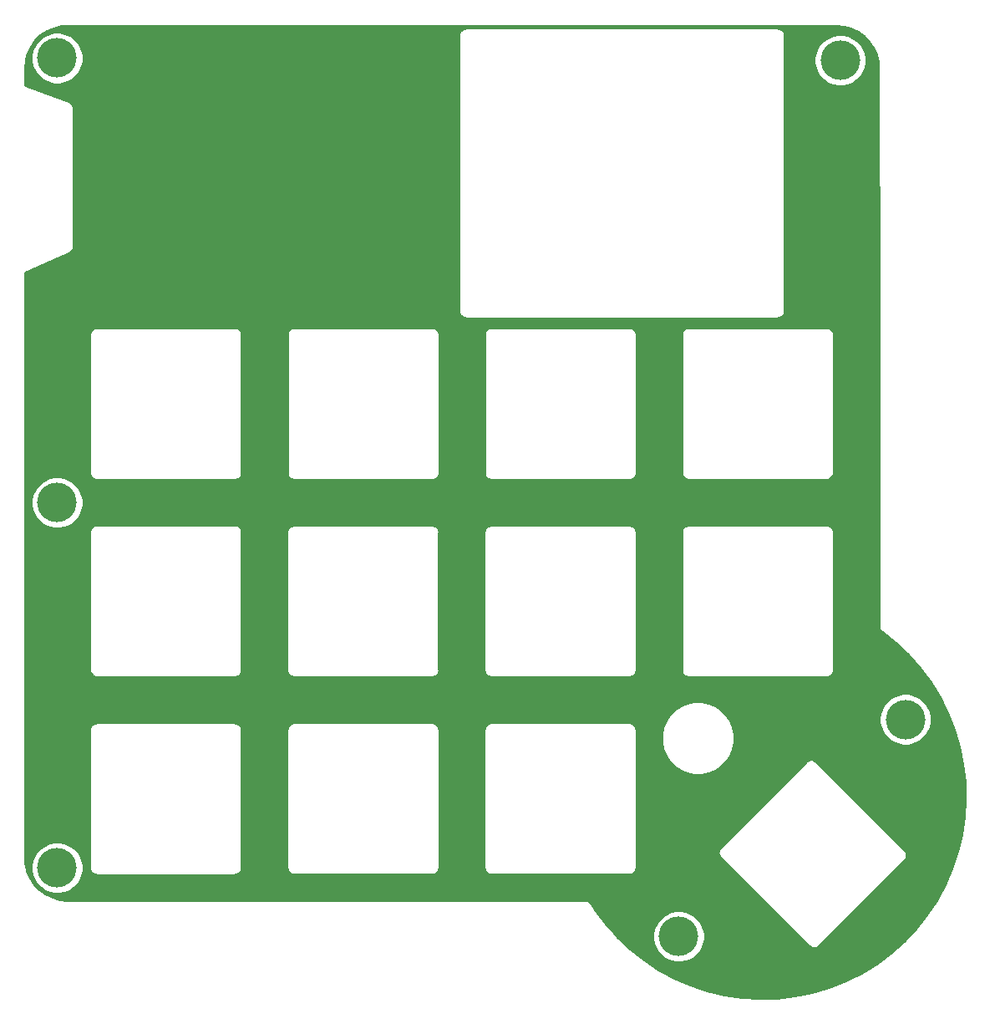
<source format=gbr>
%TF.GenerationSoftware,KiCad,Pcbnew,5.1.7-a382d34a8~88~ubuntu20.04.1*%
%TF.CreationDate,2021-03-20T14:17:19+01:00*%
%TF.ProjectId,WiFiDuck32,57694669-4475-4636-9b33-322e6b696361,2*%
%TF.SameCoordinates,Original*%
%TF.FileFunction,Copper,L2,Bot*%
%TF.FilePolarity,Positive*%
%FSLAX46Y46*%
G04 Gerber Fmt 4.6, Leading zero omitted, Abs format (unit mm)*
G04 Created by KiCad (PCBNEW 5.1.7-a382d34a8~88~ubuntu20.04.1) date 2021-03-20 14:17:19*
%MOMM*%
%LPD*%
G01*
G04 APERTURE LIST*
%TA.AperFunction,ComponentPad*%
%ADD10C,4.000000*%
%TD*%
%TA.AperFunction,NonConductor*%
%ADD11C,0.254000*%
%TD*%
%TA.AperFunction,NonConductor*%
%ADD12C,0.100000*%
%TD*%
G04 APERTURE END LIST*
D10*
%TO.P,HOLE_M3,1*%
%TO.N,N/C*%
X111963200Y-90982800D03*
%TD*%
%TO.P,HOLE_M3,1*%
%TO.N,N/C*%
X89001600Y-112979200D03*
%TD*%
%TO.P,HOLE_M3,1*%
%TO.N,N/C*%
X26009600Y-106019600D03*
%TD*%
%TO.P,HOLE_M3,1*%
%TO.N,N/C*%
X26009600Y-69037200D03*
%TD*%
%TO.P,HOLE_M3,1*%
%TO.N,N/C*%
X26009600Y-24003000D03*
%TD*%
%TO.P,HOLE_M3,1*%
%TO.N,N/C*%
X105359200Y-24231600D03*
%TD*%
D11*
X104932755Y-20737499D02*
X105720247Y-20807781D01*
X106451143Y-21007731D01*
X107135075Y-21333950D01*
X107750428Y-21776126D01*
X108277759Y-22320289D01*
X108700386Y-22949226D01*
X109004963Y-23643070D01*
X109183215Y-24385539D01*
X109230539Y-25029986D01*
X109265000Y-48590261D01*
X109265001Y-81536105D01*
X109275636Y-81644085D01*
X109317664Y-81782633D01*
X109385914Y-81910320D01*
X109477763Y-82022238D01*
X109589681Y-82114087D01*
X109595346Y-82117115D01*
X110971037Y-83208782D01*
X112271452Y-84439960D01*
X113459605Y-85779781D01*
X114526462Y-87218056D01*
X115463916Y-88743859D01*
X116264813Y-90345543D01*
X116923068Y-92010943D01*
X117433667Y-93727366D01*
X117792730Y-95481779D01*
X117997518Y-97260796D01*
X118046476Y-99050886D01*
X117939229Y-100838454D01*
X117676598Y-102609845D01*
X117260574Y-104351623D01*
X116694326Y-106050521D01*
X115982173Y-107693580D01*
X115129522Y-109268331D01*
X114142868Y-110762772D01*
X113029720Y-112165537D01*
X111798540Y-113465952D01*
X110458719Y-114654105D01*
X109020439Y-115720965D01*
X107494641Y-116658416D01*
X105892952Y-117459315D01*
X104227557Y-118117568D01*
X102511132Y-118628167D01*
X100756721Y-118987230D01*
X98977705Y-119192018D01*
X97187614Y-119240976D01*
X95400046Y-119133729D01*
X93628655Y-118871098D01*
X91886877Y-118455074D01*
X90187979Y-117888826D01*
X88544920Y-117176673D01*
X86970169Y-116324022D01*
X85475728Y-115337368D01*
X84072963Y-114224220D01*
X82772548Y-112993040D01*
X82530128Y-112719675D01*
X86366600Y-112719675D01*
X86366600Y-113238725D01*
X86467861Y-113747801D01*
X86666493Y-114227341D01*
X86954862Y-114658915D01*
X87321885Y-115025938D01*
X87753459Y-115314307D01*
X88232999Y-115512939D01*
X88742075Y-115614200D01*
X89261125Y-115614200D01*
X89770201Y-115512939D01*
X90249741Y-115314307D01*
X90681315Y-115025938D01*
X91048338Y-114658915D01*
X91336707Y-114227341D01*
X91535339Y-113747801D01*
X91636600Y-113238725D01*
X91636600Y-112719675D01*
X91535339Y-112210599D01*
X91336707Y-111731059D01*
X91048338Y-111299485D01*
X90681315Y-110932462D01*
X90249741Y-110644093D01*
X89770201Y-110445461D01*
X89261125Y-110344200D01*
X88742075Y-110344200D01*
X88232999Y-110445461D01*
X87753459Y-110644093D01*
X87321885Y-110932462D01*
X86954862Y-111299485D01*
X86666493Y-111731059D01*
X86467861Y-112210599D01*
X86366600Y-112719675D01*
X82530128Y-112719675D01*
X81584395Y-111653219D01*
X80511828Y-110207245D01*
X80133405Y-109625822D01*
X80114087Y-109589680D01*
X80022238Y-109477762D01*
X79910320Y-109385913D01*
X79782633Y-109317663D01*
X79716314Y-109297545D01*
X79714055Y-109296748D01*
X79711609Y-109296118D01*
X79644085Y-109275635D01*
X79536105Y-109265000D01*
X27032731Y-109265000D01*
X26245252Y-109194719D01*
X25514357Y-108994769D01*
X24830425Y-108668550D01*
X24215072Y-108226374D01*
X23687741Y-107682211D01*
X23265114Y-107053274D01*
X22960536Y-106359429D01*
X22816645Y-105760075D01*
X23374600Y-105760075D01*
X23374600Y-106279125D01*
X23475861Y-106788201D01*
X23674493Y-107267741D01*
X23962862Y-107699315D01*
X24329885Y-108066338D01*
X24761459Y-108354707D01*
X25240999Y-108553339D01*
X25750075Y-108654600D01*
X26269125Y-108654600D01*
X26778201Y-108553339D01*
X27257741Y-108354707D01*
X27689315Y-108066338D01*
X28056338Y-107699315D01*
X28344707Y-107267741D01*
X28543339Y-106788201D01*
X28644600Y-106279125D01*
X28644600Y-105760075D01*
X28543339Y-105250999D01*
X28344707Y-104771459D01*
X28056338Y-104339885D01*
X27689315Y-103972862D01*
X27257741Y-103684493D01*
X26778201Y-103485861D01*
X26269125Y-103384600D01*
X25750075Y-103384600D01*
X25240999Y-103485861D01*
X24761459Y-103684493D01*
X24329885Y-103972862D01*
X23962862Y-104339885D01*
X23674493Y-104771459D01*
X23475861Y-105250999D01*
X23374600Y-105760075D01*
X22816645Y-105760075D01*
X22782286Y-105616961D01*
X22735000Y-104973051D01*
X22735000Y-92017900D01*
X29272965Y-92017900D01*
X29276401Y-92052787D01*
X29276400Y-105983023D01*
X29272965Y-106017900D01*
X29286673Y-106157084D01*
X29327272Y-106290920D01*
X29393200Y-106414263D01*
X29481925Y-106522375D01*
X29574562Y-106598400D01*
X29590037Y-106611100D01*
X29713380Y-106677028D01*
X29847216Y-106717627D01*
X29986400Y-106731335D01*
X30021277Y-106727900D01*
X43951523Y-106727900D01*
X43986400Y-106731335D01*
X44021277Y-106727900D01*
X44125584Y-106717627D01*
X44259420Y-106677028D01*
X44382763Y-106611100D01*
X44490875Y-106522375D01*
X44579600Y-106414263D01*
X44645528Y-106290920D01*
X44686127Y-106157084D01*
X44699835Y-106017900D01*
X44696400Y-105983023D01*
X44696400Y-92052777D01*
X44699835Y-92017900D01*
X44698585Y-92005200D01*
X49296865Y-92005200D01*
X49300301Y-92040087D01*
X49300300Y-105970323D01*
X49296865Y-106005200D01*
X49310573Y-106144384D01*
X49351172Y-106278220D01*
X49417100Y-106401563D01*
X49505825Y-106509675D01*
X49613937Y-106598400D01*
X49737280Y-106664328D01*
X49871116Y-106704927D01*
X50010300Y-106718635D01*
X50045177Y-106715200D01*
X63975423Y-106715200D01*
X64010300Y-106718635D01*
X64045177Y-106715200D01*
X64149484Y-106704927D01*
X64283320Y-106664328D01*
X64406663Y-106598400D01*
X64514775Y-106509675D01*
X64603500Y-106401563D01*
X64669428Y-106278220D01*
X64710027Y-106144384D01*
X64723735Y-106005200D01*
X64720300Y-105970323D01*
X64720300Y-92040077D01*
X64723735Y-92005200D01*
X69269965Y-92005200D01*
X69273401Y-92040087D01*
X69273400Y-105970323D01*
X69269965Y-106005200D01*
X69283673Y-106144384D01*
X69324272Y-106278220D01*
X69390200Y-106401563D01*
X69478925Y-106509675D01*
X69587037Y-106598400D01*
X69710380Y-106664328D01*
X69844216Y-106704927D01*
X69983400Y-106718635D01*
X70018277Y-106715200D01*
X83948523Y-106715200D01*
X83983400Y-106718635D01*
X84018277Y-106715200D01*
X84122584Y-106704927D01*
X84256420Y-106664328D01*
X84379763Y-106598400D01*
X84487875Y-106509675D01*
X84576600Y-106401563D01*
X84642528Y-106278220D01*
X84683127Y-106144384D01*
X84696835Y-106005200D01*
X84693400Y-105970323D01*
X84693400Y-104444800D01*
X92986887Y-104444800D01*
X93000112Y-104579083D01*
X93039282Y-104708206D01*
X93102889Y-104827206D01*
X93167040Y-104905376D01*
X93167044Y-104905380D01*
X93188489Y-104931511D01*
X93214620Y-104952956D01*
X102184044Y-113922380D01*
X102205489Y-113948511D01*
X102231620Y-113969956D01*
X102231624Y-113969960D01*
X102309793Y-114034111D01*
X102428793Y-114097719D01*
X102547342Y-114133680D01*
X102557917Y-114136888D01*
X102692200Y-114150113D01*
X102826483Y-114136888D01*
X102955606Y-114097719D01*
X103074607Y-114034111D01*
X103125450Y-113992385D01*
X103152776Y-113969960D01*
X103152779Y-113969957D01*
X103178911Y-113948511D01*
X103200357Y-113922379D01*
X111890379Y-105232357D01*
X111916511Y-105210911D01*
X111971354Y-105144085D01*
X112002111Y-105106608D01*
X112053499Y-105010467D01*
X112065719Y-104987606D01*
X112104888Y-104858483D01*
X112118113Y-104724200D01*
X112104888Y-104589917D01*
X112065719Y-104460793D01*
X112002111Y-104341793D01*
X111937960Y-104263624D01*
X111937956Y-104263620D01*
X111916511Y-104237489D01*
X111890380Y-104216044D01*
X102920956Y-95246620D01*
X102899511Y-95220489D01*
X102873380Y-95199044D01*
X102873376Y-95199040D01*
X102795206Y-95134889D01*
X102676206Y-95071282D01*
X102547083Y-95032112D01*
X102412800Y-95018887D01*
X102278517Y-95032112D01*
X102188563Y-95059400D01*
X102149393Y-95071282D01*
X102030392Y-95134889D01*
X101952223Y-95199041D01*
X101952220Y-95199044D01*
X101926089Y-95220489D01*
X101904644Y-95246620D01*
X93214620Y-103936644D01*
X93188489Y-103958089D01*
X93167044Y-103984220D01*
X93167040Y-103984224D01*
X93114482Y-104048268D01*
X93102889Y-104062394D01*
X93039282Y-104181394D01*
X93000112Y-104310517D01*
X92986887Y-104444800D01*
X84693400Y-104444800D01*
X84693400Y-92518409D01*
X87244841Y-92518409D01*
X87244841Y-93244717D01*
X87386536Y-93957068D01*
X87664482Y-94628088D01*
X88067996Y-95231990D01*
X88581573Y-95745567D01*
X89185475Y-96149081D01*
X89856495Y-96427027D01*
X90568846Y-96568722D01*
X91295154Y-96568722D01*
X92007505Y-96427027D01*
X92678525Y-96149081D01*
X93282427Y-95745567D01*
X93796004Y-95231990D01*
X94199518Y-94628088D01*
X94477464Y-93957068D01*
X94619159Y-93244717D01*
X94619159Y-92518409D01*
X94477464Y-91806058D01*
X94199518Y-91135038D01*
X93924388Y-90723275D01*
X109328200Y-90723275D01*
X109328200Y-91242325D01*
X109429461Y-91751401D01*
X109628093Y-92230941D01*
X109916462Y-92662515D01*
X110283485Y-93029538D01*
X110715059Y-93317907D01*
X111194599Y-93516539D01*
X111703675Y-93617800D01*
X112222725Y-93617800D01*
X112731801Y-93516539D01*
X113211341Y-93317907D01*
X113642915Y-93029538D01*
X114009938Y-92662515D01*
X114298307Y-92230941D01*
X114496939Y-91751401D01*
X114598200Y-91242325D01*
X114598200Y-90723275D01*
X114496939Y-90214199D01*
X114298307Y-89734659D01*
X114009938Y-89303085D01*
X113642915Y-88936062D01*
X113211341Y-88647693D01*
X112731801Y-88449061D01*
X112222725Y-88347800D01*
X111703675Y-88347800D01*
X111194599Y-88449061D01*
X110715059Y-88647693D01*
X110283485Y-88936062D01*
X109916462Y-89303085D01*
X109628093Y-89734659D01*
X109429461Y-90214199D01*
X109328200Y-90723275D01*
X93924388Y-90723275D01*
X93796004Y-90531136D01*
X93282427Y-90017559D01*
X92678525Y-89614045D01*
X92007505Y-89336099D01*
X91295154Y-89194404D01*
X90568846Y-89194404D01*
X89856495Y-89336099D01*
X89185475Y-89614045D01*
X88581573Y-90017559D01*
X88067996Y-90531136D01*
X87664482Y-91135038D01*
X87386536Y-91806058D01*
X87244841Y-92518409D01*
X84693400Y-92518409D01*
X84693400Y-92040077D01*
X84696835Y-92005200D01*
X84683127Y-91866016D01*
X84642528Y-91732180D01*
X84576600Y-91608837D01*
X84487875Y-91500725D01*
X84379763Y-91412000D01*
X84256420Y-91346072D01*
X84122584Y-91305473D01*
X84018277Y-91295200D01*
X83983400Y-91291765D01*
X83948523Y-91295200D01*
X70018277Y-91295200D01*
X69983400Y-91291765D01*
X69948523Y-91295200D01*
X69844216Y-91305473D01*
X69710380Y-91346072D01*
X69587037Y-91412000D01*
X69478925Y-91500725D01*
X69390200Y-91608837D01*
X69324272Y-91732180D01*
X69283673Y-91866016D01*
X69269965Y-92005200D01*
X64723735Y-92005200D01*
X64710027Y-91866016D01*
X64669428Y-91732180D01*
X64603500Y-91608837D01*
X64514775Y-91500725D01*
X64406663Y-91412000D01*
X64283320Y-91346072D01*
X64149484Y-91305473D01*
X64045177Y-91295200D01*
X64010300Y-91291765D01*
X63975423Y-91295200D01*
X50045177Y-91295200D01*
X50010300Y-91291765D01*
X49975423Y-91295200D01*
X49871116Y-91305473D01*
X49737280Y-91346072D01*
X49613937Y-91412000D01*
X49505825Y-91500725D01*
X49417100Y-91608837D01*
X49351172Y-91732180D01*
X49310573Y-91866016D01*
X49296865Y-92005200D01*
X44698585Y-92005200D01*
X44686127Y-91878716D01*
X44645528Y-91744880D01*
X44579600Y-91621537D01*
X44490875Y-91513425D01*
X44382763Y-91424700D01*
X44259420Y-91358772D01*
X44125584Y-91318173D01*
X43986400Y-91304465D01*
X43951523Y-91307900D01*
X30021277Y-91307900D01*
X29986400Y-91304465D01*
X29951523Y-91307900D01*
X29847216Y-91318173D01*
X29713380Y-91358772D01*
X29590037Y-91424700D01*
X29481925Y-91513425D01*
X29393200Y-91621537D01*
X29327272Y-91744880D01*
X29286673Y-91878716D01*
X29272965Y-92017900D01*
X22735000Y-92017900D01*
X22735000Y-71981300D01*
X29298365Y-71981300D01*
X29301801Y-72016187D01*
X29301800Y-85946423D01*
X29298365Y-85981300D01*
X29312073Y-86120484D01*
X29352672Y-86254320D01*
X29418600Y-86377663D01*
X29507325Y-86485775D01*
X29614276Y-86573547D01*
X29615437Y-86574500D01*
X29738780Y-86640428D01*
X29872616Y-86681027D01*
X30011800Y-86694735D01*
X30046677Y-86691300D01*
X43976923Y-86691300D01*
X44011800Y-86694735D01*
X44046677Y-86691300D01*
X44150984Y-86681027D01*
X44284820Y-86640428D01*
X44408163Y-86574500D01*
X44516275Y-86485775D01*
X44605000Y-86377663D01*
X44670928Y-86254320D01*
X44711527Y-86120484D01*
X44725235Y-85981300D01*
X44721800Y-85946423D01*
X44721800Y-72016177D01*
X44723984Y-71994000D01*
X49284165Y-71994000D01*
X49287601Y-72028887D01*
X49287600Y-85959123D01*
X49284165Y-85994000D01*
X49297873Y-86133184D01*
X49338472Y-86267020D01*
X49404400Y-86390363D01*
X49493125Y-86498475D01*
X49584601Y-86573547D01*
X49601237Y-86587200D01*
X49724580Y-86653128D01*
X49858416Y-86693727D01*
X49997600Y-86707435D01*
X50032477Y-86704000D01*
X63962723Y-86704000D01*
X63997600Y-86707435D01*
X64032477Y-86704000D01*
X64136784Y-86693727D01*
X64270620Y-86653128D01*
X64393963Y-86587200D01*
X64502075Y-86498475D01*
X64590800Y-86390363D01*
X64656728Y-86267020D01*
X64697327Y-86133184D01*
X64711035Y-85994000D01*
X64707600Y-85959123D01*
X64707600Y-72028877D01*
X64711035Y-71994000D01*
X69269965Y-71994000D01*
X69273401Y-72028887D01*
X69273400Y-85959123D01*
X69269965Y-85994000D01*
X69283673Y-86133184D01*
X69324272Y-86267020D01*
X69390200Y-86390363D01*
X69478925Y-86498475D01*
X69570401Y-86573547D01*
X69587037Y-86587200D01*
X69710380Y-86653128D01*
X69844216Y-86693727D01*
X69983400Y-86707435D01*
X70018277Y-86704000D01*
X83948523Y-86704000D01*
X83983400Y-86707435D01*
X84018277Y-86704000D01*
X84122584Y-86693727D01*
X84256420Y-86653128D01*
X84379763Y-86587200D01*
X84487875Y-86498475D01*
X84576600Y-86390363D01*
X84642528Y-86267020D01*
X84683127Y-86133184D01*
X84696835Y-85994000D01*
X84693400Y-85959123D01*
X84693400Y-72028877D01*
X84696835Y-71994000D01*
X89268465Y-71994000D01*
X89271901Y-72028887D01*
X89271900Y-85959123D01*
X89268465Y-85994000D01*
X89282173Y-86133184D01*
X89322772Y-86267020D01*
X89388700Y-86390363D01*
X89477425Y-86498475D01*
X89568901Y-86573547D01*
X89585537Y-86587200D01*
X89708880Y-86653128D01*
X89842716Y-86693727D01*
X89981900Y-86707435D01*
X90016777Y-86704000D01*
X103947023Y-86704000D01*
X103981900Y-86707435D01*
X104016777Y-86704000D01*
X104121084Y-86693727D01*
X104254920Y-86653128D01*
X104378263Y-86587200D01*
X104486375Y-86498475D01*
X104575100Y-86390363D01*
X104641028Y-86267020D01*
X104681627Y-86133184D01*
X104695335Y-85994000D01*
X104691900Y-85959123D01*
X104691900Y-72028877D01*
X104695335Y-71994000D01*
X104681627Y-71854816D01*
X104641028Y-71720980D01*
X104575100Y-71597637D01*
X104486375Y-71489525D01*
X104378263Y-71400800D01*
X104254920Y-71334872D01*
X104121084Y-71294273D01*
X104016777Y-71284000D01*
X103981900Y-71280565D01*
X103947023Y-71284000D01*
X90016777Y-71284000D01*
X89981900Y-71280565D01*
X89947023Y-71284000D01*
X89842716Y-71294273D01*
X89708880Y-71334872D01*
X89585537Y-71400800D01*
X89477425Y-71489525D01*
X89388700Y-71597637D01*
X89322772Y-71720980D01*
X89282173Y-71854816D01*
X89268465Y-71994000D01*
X84696835Y-71994000D01*
X84683127Y-71854816D01*
X84642528Y-71720980D01*
X84576600Y-71597637D01*
X84487875Y-71489525D01*
X84379763Y-71400800D01*
X84256420Y-71334872D01*
X84122584Y-71294273D01*
X84018277Y-71284000D01*
X83983400Y-71280565D01*
X83948523Y-71284000D01*
X70018277Y-71284000D01*
X69983400Y-71280565D01*
X69948523Y-71284000D01*
X69844216Y-71294273D01*
X69710380Y-71334872D01*
X69587037Y-71400800D01*
X69478925Y-71489525D01*
X69390200Y-71597637D01*
X69324272Y-71720980D01*
X69283673Y-71854816D01*
X69269965Y-71994000D01*
X64711035Y-71994000D01*
X64697327Y-71854816D01*
X64656728Y-71720980D01*
X64590800Y-71597637D01*
X64502075Y-71489525D01*
X64393963Y-71400800D01*
X64270620Y-71334872D01*
X64136784Y-71294273D01*
X64032477Y-71284000D01*
X63997600Y-71280565D01*
X63962723Y-71284000D01*
X50032477Y-71284000D01*
X49997600Y-71280565D01*
X49962723Y-71284000D01*
X49858416Y-71294273D01*
X49724580Y-71334872D01*
X49601237Y-71400800D01*
X49493125Y-71489525D01*
X49404400Y-71597637D01*
X49338472Y-71720980D01*
X49297873Y-71854816D01*
X49284165Y-71994000D01*
X44723984Y-71994000D01*
X44725235Y-71981300D01*
X44711527Y-71842116D01*
X44670928Y-71708280D01*
X44605000Y-71584937D01*
X44516275Y-71476825D01*
X44408163Y-71388100D01*
X44284820Y-71322172D01*
X44150984Y-71281573D01*
X44046677Y-71271300D01*
X44011800Y-71267865D01*
X43976923Y-71271300D01*
X30046677Y-71271300D01*
X30011800Y-71267865D01*
X29976923Y-71271300D01*
X29872616Y-71281573D01*
X29738780Y-71322172D01*
X29615437Y-71388100D01*
X29507325Y-71476825D01*
X29418600Y-71584937D01*
X29352672Y-71708280D01*
X29312073Y-71842116D01*
X29298365Y-71981300D01*
X22735000Y-71981300D01*
X22735000Y-68777675D01*
X23374600Y-68777675D01*
X23374600Y-69296725D01*
X23475861Y-69805801D01*
X23674493Y-70285341D01*
X23962862Y-70716915D01*
X24329885Y-71083938D01*
X24761459Y-71372307D01*
X25240999Y-71570939D01*
X25750075Y-71672200D01*
X26269125Y-71672200D01*
X26778201Y-71570939D01*
X27257741Y-71372307D01*
X27689315Y-71083938D01*
X28056338Y-70716915D01*
X28344707Y-70285341D01*
X28543339Y-69805801D01*
X28644600Y-69296725D01*
X28644600Y-68777675D01*
X28543339Y-68268599D01*
X28344707Y-67789059D01*
X28056338Y-67357485D01*
X27689315Y-66990462D01*
X27257741Y-66702093D01*
X26778201Y-66503461D01*
X26269125Y-66402200D01*
X25750075Y-66402200D01*
X25240999Y-66503461D01*
X24761459Y-66702093D01*
X24329885Y-66990462D01*
X23962862Y-67357485D01*
X23674493Y-67789059D01*
X23475861Y-68268599D01*
X23374600Y-68777675D01*
X22735000Y-68777675D01*
X22735000Y-52008200D01*
X29298365Y-52008200D01*
X29301801Y-52043087D01*
X29301800Y-65973323D01*
X29298365Y-66008200D01*
X29312073Y-66147384D01*
X29352672Y-66281220D01*
X29418600Y-66404563D01*
X29507325Y-66512675D01*
X29584487Y-66576000D01*
X29615437Y-66601400D01*
X29738780Y-66667328D01*
X29872616Y-66707927D01*
X30011800Y-66721635D01*
X30046677Y-66718200D01*
X43976923Y-66718200D01*
X44011800Y-66721635D01*
X44046677Y-66718200D01*
X44150984Y-66707927D01*
X44284820Y-66667328D01*
X44408163Y-66601400D01*
X44516275Y-66512675D01*
X44605000Y-66404563D01*
X44670928Y-66281220D01*
X44711527Y-66147384D01*
X44725235Y-66008200D01*
X44721800Y-65973323D01*
X44721800Y-52043077D01*
X44725235Y-52008200D01*
X49309565Y-52008200D01*
X49313001Y-52043087D01*
X49313000Y-65973323D01*
X49309565Y-66008200D01*
X49323273Y-66147384D01*
X49363872Y-66281220D01*
X49429800Y-66404563D01*
X49518525Y-66512675D01*
X49595687Y-66576000D01*
X49626637Y-66601400D01*
X49749980Y-66667328D01*
X49883816Y-66707927D01*
X50023000Y-66721635D01*
X50057877Y-66718200D01*
X63988123Y-66718200D01*
X64023000Y-66721635D01*
X64057877Y-66718200D01*
X64162184Y-66707927D01*
X64296020Y-66667328D01*
X64419363Y-66601400D01*
X64527475Y-66512675D01*
X64616200Y-66404563D01*
X64682128Y-66281220D01*
X64722727Y-66147384D01*
X64736435Y-66008200D01*
X64733000Y-65973323D01*
X64733000Y-52043077D01*
X64736435Y-52008200D01*
X69295365Y-52008200D01*
X69298801Y-52043087D01*
X69298800Y-65973323D01*
X69295365Y-66008200D01*
X69309073Y-66147384D01*
X69349672Y-66281220D01*
X69415600Y-66404563D01*
X69504325Y-66512675D01*
X69581487Y-66576000D01*
X69612437Y-66601400D01*
X69735780Y-66667328D01*
X69869616Y-66707927D01*
X70008800Y-66721635D01*
X70043677Y-66718200D01*
X83973923Y-66718200D01*
X84008800Y-66721635D01*
X84043677Y-66718200D01*
X84147984Y-66707927D01*
X84281820Y-66667328D01*
X84405163Y-66601400D01*
X84513275Y-66512675D01*
X84602000Y-66404563D01*
X84667928Y-66281220D01*
X84708527Y-66147384D01*
X84722235Y-66008200D01*
X84718800Y-65973323D01*
X84718800Y-52043077D01*
X84722235Y-52008200D01*
X84719734Y-51982800D01*
X89281165Y-51982800D01*
X89284601Y-52017687D01*
X89284600Y-65947923D01*
X89281165Y-65982800D01*
X89294873Y-66121984D01*
X89335472Y-66255820D01*
X89401400Y-66379163D01*
X89490125Y-66487275D01*
X89598237Y-66576000D01*
X89721580Y-66641928D01*
X89855416Y-66682527D01*
X89994600Y-66696235D01*
X90029477Y-66692800D01*
X103959723Y-66692800D01*
X103994600Y-66696235D01*
X104029477Y-66692800D01*
X104133784Y-66682527D01*
X104267620Y-66641928D01*
X104390963Y-66576000D01*
X104499075Y-66487275D01*
X104587800Y-66379163D01*
X104653728Y-66255820D01*
X104694327Y-66121984D01*
X104708035Y-65982800D01*
X104704600Y-65947923D01*
X104704600Y-52017677D01*
X104708035Y-51982800D01*
X104694327Y-51843616D01*
X104653728Y-51709780D01*
X104587800Y-51586437D01*
X104499075Y-51478325D01*
X104390963Y-51389600D01*
X104267620Y-51323672D01*
X104133784Y-51283073D01*
X104029477Y-51272800D01*
X103994600Y-51269365D01*
X103959723Y-51272800D01*
X90029477Y-51272800D01*
X89994600Y-51269365D01*
X89959723Y-51272800D01*
X89855416Y-51283073D01*
X89721580Y-51323672D01*
X89598237Y-51389600D01*
X89490125Y-51478325D01*
X89401400Y-51586437D01*
X89335472Y-51709780D01*
X89294873Y-51843616D01*
X89281165Y-51982800D01*
X84719734Y-51982800D01*
X84708527Y-51869016D01*
X84667928Y-51735180D01*
X84602000Y-51611837D01*
X84513275Y-51503725D01*
X84405163Y-51415000D01*
X84281820Y-51349072D01*
X84147984Y-51308473D01*
X84043677Y-51298200D01*
X84008800Y-51294765D01*
X83973923Y-51298200D01*
X70043677Y-51298200D01*
X70008800Y-51294765D01*
X69973923Y-51298200D01*
X69869616Y-51308473D01*
X69735780Y-51349072D01*
X69612437Y-51415000D01*
X69504325Y-51503725D01*
X69415600Y-51611837D01*
X69349672Y-51735180D01*
X69309073Y-51869016D01*
X69295365Y-52008200D01*
X64736435Y-52008200D01*
X64722727Y-51869016D01*
X64682128Y-51735180D01*
X64616200Y-51611837D01*
X64527475Y-51503725D01*
X64419363Y-51415000D01*
X64296020Y-51349072D01*
X64162184Y-51308473D01*
X64057877Y-51298200D01*
X64023000Y-51294765D01*
X63988123Y-51298200D01*
X50057877Y-51298200D01*
X50023000Y-51294765D01*
X49988123Y-51298200D01*
X49883816Y-51308473D01*
X49749980Y-51349072D01*
X49626637Y-51415000D01*
X49518525Y-51503725D01*
X49429800Y-51611837D01*
X49363872Y-51735180D01*
X49323273Y-51869016D01*
X49309565Y-52008200D01*
X44725235Y-52008200D01*
X44711527Y-51869016D01*
X44670928Y-51735180D01*
X44605000Y-51611837D01*
X44516275Y-51503725D01*
X44408163Y-51415000D01*
X44284820Y-51349072D01*
X44150984Y-51308473D01*
X44046677Y-51298200D01*
X44011800Y-51294765D01*
X43976923Y-51298200D01*
X30046677Y-51298200D01*
X30011800Y-51294765D01*
X29976923Y-51298200D01*
X29872616Y-51308473D01*
X29738780Y-51349072D01*
X29615437Y-51415000D01*
X29507325Y-51503725D01*
X29418600Y-51611837D01*
X29352672Y-51735180D01*
X29312073Y-51869016D01*
X29298365Y-52008200D01*
X22735000Y-52008200D01*
X22735000Y-45692276D01*
X27179152Y-43743673D01*
X27206633Y-43735337D01*
X27245294Y-43714672D01*
X27252212Y-43711639D01*
X27277120Y-43697661D01*
X27334320Y-43667087D01*
X27340200Y-43662261D01*
X27346833Y-43658539D01*
X27396106Y-43616381D01*
X27446238Y-43575238D01*
X27451064Y-43569358D01*
X27456843Y-43564413D01*
X27496941Y-43513457D01*
X27538087Y-43463320D01*
X27541673Y-43456610D01*
X27546377Y-43450633D01*
X27575761Y-43392837D01*
X27606337Y-43335633D01*
X27608546Y-43328351D01*
X27611992Y-43321573D01*
X27629531Y-43259173D01*
X27648365Y-43197085D01*
X27649111Y-43189510D01*
X27651168Y-43182192D01*
X27656196Y-43117572D01*
X27659000Y-43089105D01*
X27659000Y-43081540D01*
X27662400Y-43037846D01*
X27659000Y-43009336D01*
X27659000Y-29102090D01*
X27661768Y-29048905D01*
X27653798Y-28994073D01*
X27648365Y-28938915D01*
X27643401Y-28922550D01*
X27640941Y-28905628D01*
X27622425Y-28853401D01*
X27606337Y-28800367D01*
X27598274Y-28785282D01*
X27592561Y-28769168D01*
X27564215Y-28721562D01*
X27538087Y-28672680D01*
X27527237Y-28659460D01*
X27518490Y-28644769D01*
X27481388Y-28603593D01*
X27446237Y-28560762D01*
X27433024Y-28549918D01*
X27421572Y-28537209D01*
X27377141Y-28504056D01*
X27334319Y-28468913D01*
X27319242Y-28460854D01*
X27305533Y-28450625D01*
X27255489Y-28426778D01*
X27206632Y-28400663D01*
X27155671Y-28385204D01*
X22735000Y-26788952D01*
X22735000Y-25032731D01*
X22805281Y-24245253D01*
X22942551Y-23743475D01*
X23374600Y-23743475D01*
X23374600Y-24262525D01*
X23475861Y-24771601D01*
X23674493Y-25251141D01*
X23962862Y-25682715D01*
X24329885Y-26049738D01*
X24761459Y-26338107D01*
X25240999Y-26536739D01*
X25750075Y-26638000D01*
X26269125Y-26638000D01*
X26778201Y-26536739D01*
X27257741Y-26338107D01*
X27689315Y-26049738D01*
X28056338Y-25682715D01*
X28344707Y-25251141D01*
X28543339Y-24771601D01*
X28644600Y-24262525D01*
X28644600Y-23743475D01*
X28543339Y-23234399D01*
X28344707Y-22754859D01*
X28056338Y-22323285D01*
X27689315Y-21956262D01*
X27293221Y-21691600D01*
X66698444Y-21691600D01*
X66702001Y-21727715D01*
X66702000Y-49570095D01*
X66698444Y-49606200D01*
X66712635Y-49750285D01*
X66754663Y-49888833D01*
X66822913Y-50016520D01*
X66914762Y-50128438D01*
X67026680Y-50220287D01*
X67154367Y-50288537D01*
X67292915Y-50330565D01*
X67437000Y-50344756D01*
X67473105Y-50341200D01*
X98973095Y-50341200D01*
X99009200Y-50344756D01*
X99045305Y-50341200D01*
X99153285Y-50330565D01*
X99291833Y-50288537D01*
X99419520Y-50220287D01*
X99531438Y-50128438D01*
X99623287Y-50016520D01*
X99691537Y-49888833D01*
X99733565Y-49750285D01*
X99747756Y-49606200D01*
X99744200Y-49570095D01*
X99744200Y-23972075D01*
X102724200Y-23972075D01*
X102724200Y-24491125D01*
X102825461Y-25000201D01*
X103024093Y-25479741D01*
X103312462Y-25911315D01*
X103679485Y-26278338D01*
X104111059Y-26566707D01*
X104590599Y-26765339D01*
X105099675Y-26866600D01*
X105618725Y-26866600D01*
X106127801Y-26765339D01*
X106607341Y-26566707D01*
X107038915Y-26278338D01*
X107405938Y-25911315D01*
X107694307Y-25479741D01*
X107892939Y-25000201D01*
X107994200Y-24491125D01*
X107994200Y-23972075D01*
X107892939Y-23462999D01*
X107694307Y-22983459D01*
X107405938Y-22551885D01*
X107038915Y-22184862D01*
X106607341Y-21896493D01*
X106127801Y-21697861D01*
X105618725Y-21596600D01*
X105099675Y-21596600D01*
X104590599Y-21697861D01*
X104111059Y-21896493D01*
X103679485Y-22184862D01*
X103312462Y-22551885D01*
X103024093Y-22983459D01*
X102825461Y-23462999D01*
X102724200Y-23972075D01*
X99744200Y-23972075D01*
X99744200Y-21727705D01*
X99747756Y-21691600D01*
X99733565Y-21547515D01*
X99691537Y-21408967D01*
X99623287Y-21281280D01*
X99531438Y-21169362D01*
X99419520Y-21077513D01*
X99291833Y-21009263D01*
X99153285Y-20967235D01*
X99045305Y-20956600D01*
X99009200Y-20953044D01*
X98973095Y-20956600D01*
X67473105Y-20956600D01*
X67437000Y-20953044D01*
X67400895Y-20956600D01*
X67292915Y-20967235D01*
X67154367Y-21009263D01*
X67026680Y-21077513D01*
X66914762Y-21169362D01*
X66822913Y-21281280D01*
X66754663Y-21408967D01*
X66712635Y-21547515D01*
X66698444Y-21691600D01*
X27293221Y-21691600D01*
X27257741Y-21667893D01*
X26778201Y-21469261D01*
X26269125Y-21368000D01*
X25750075Y-21368000D01*
X25240999Y-21469261D01*
X24761459Y-21667893D01*
X24329885Y-21956262D01*
X23962862Y-22323285D01*
X23674493Y-22754859D01*
X23475861Y-23234399D01*
X23374600Y-23743475D01*
X22942551Y-23743475D01*
X23005231Y-23514357D01*
X23331450Y-22830425D01*
X23773626Y-22215072D01*
X24317789Y-21687741D01*
X24946726Y-21265114D01*
X25640570Y-20960537D01*
X26383039Y-20782285D01*
X27026949Y-20735000D01*
X104932755Y-20737499D01*
%TA.AperFunction,NonConductor*%
D12*
G36*
X104932755Y-20737499D02*
G01*
X105720247Y-20807781D01*
X106451143Y-21007731D01*
X107135075Y-21333950D01*
X107750428Y-21776126D01*
X108277759Y-22320289D01*
X108700386Y-22949226D01*
X109004963Y-23643070D01*
X109183215Y-24385539D01*
X109230539Y-25029986D01*
X109265000Y-48590261D01*
X109265001Y-81536105D01*
X109275636Y-81644085D01*
X109317664Y-81782633D01*
X109385914Y-81910320D01*
X109477763Y-82022238D01*
X109589681Y-82114087D01*
X109595346Y-82117115D01*
X110971037Y-83208782D01*
X112271452Y-84439960D01*
X113459605Y-85779781D01*
X114526462Y-87218056D01*
X115463916Y-88743859D01*
X116264813Y-90345543D01*
X116923068Y-92010943D01*
X117433667Y-93727366D01*
X117792730Y-95481779D01*
X117997518Y-97260796D01*
X118046476Y-99050886D01*
X117939229Y-100838454D01*
X117676598Y-102609845D01*
X117260574Y-104351623D01*
X116694326Y-106050521D01*
X115982173Y-107693580D01*
X115129522Y-109268331D01*
X114142868Y-110762772D01*
X113029720Y-112165537D01*
X111798540Y-113465952D01*
X110458719Y-114654105D01*
X109020439Y-115720965D01*
X107494641Y-116658416D01*
X105892952Y-117459315D01*
X104227557Y-118117568D01*
X102511132Y-118628167D01*
X100756721Y-118987230D01*
X98977705Y-119192018D01*
X97187614Y-119240976D01*
X95400046Y-119133729D01*
X93628655Y-118871098D01*
X91886877Y-118455074D01*
X90187979Y-117888826D01*
X88544920Y-117176673D01*
X86970169Y-116324022D01*
X85475728Y-115337368D01*
X84072963Y-114224220D01*
X82772548Y-112993040D01*
X82530128Y-112719675D01*
X86366600Y-112719675D01*
X86366600Y-113238725D01*
X86467861Y-113747801D01*
X86666493Y-114227341D01*
X86954862Y-114658915D01*
X87321885Y-115025938D01*
X87753459Y-115314307D01*
X88232999Y-115512939D01*
X88742075Y-115614200D01*
X89261125Y-115614200D01*
X89770201Y-115512939D01*
X90249741Y-115314307D01*
X90681315Y-115025938D01*
X91048338Y-114658915D01*
X91336707Y-114227341D01*
X91535339Y-113747801D01*
X91636600Y-113238725D01*
X91636600Y-112719675D01*
X91535339Y-112210599D01*
X91336707Y-111731059D01*
X91048338Y-111299485D01*
X90681315Y-110932462D01*
X90249741Y-110644093D01*
X89770201Y-110445461D01*
X89261125Y-110344200D01*
X88742075Y-110344200D01*
X88232999Y-110445461D01*
X87753459Y-110644093D01*
X87321885Y-110932462D01*
X86954862Y-111299485D01*
X86666493Y-111731059D01*
X86467861Y-112210599D01*
X86366600Y-112719675D01*
X82530128Y-112719675D01*
X81584395Y-111653219D01*
X80511828Y-110207245D01*
X80133405Y-109625822D01*
X80114087Y-109589680D01*
X80022238Y-109477762D01*
X79910320Y-109385913D01*
X79782633Y-109317663D01*
X79716314Y-109297545D01*
X79714055Y-109296748D01*
X79711609Y-109296118D01*
X79644085Y-109275635D01*
X79536105Y-109265000D01*
X27032731Y-109265000D01*
X26245252Y-109194719D01*
X25514357Y-108994769D01*
X24830425Y-108668550D01*
X24215072Y-108226374D01*
X23687741Y-107682211D01*
X23265114Y-107053274D01*
X22960536Y-106359429D01*
X22816645Y-105760075D01*
X23374600Y-105760075D01*
X23374600Y-106279125D01*
X23475861Y-106788201D01*
X23674493Y-107267741D01*
X23962862Y-107699315D01*
X24329885Y-108066338D01*
X24761459Y-108354707D01*
X25240999Y-108553339D01*
X25750075Y-108654600D01*
X26269125Y-108654600D01*
X26778201Y-108553339D01*
X27257741Y-108354707D01*
X27689315Y-108066338D01*
X28056338Y-107699315D01*
X28344707Y-107267741D01*
X28543339Y-106788201D01*
X28644600Y-106279125D01*
X28644600Y-105760075D01*
X28543339Y-105250999D01*
X28344707Y-104771459D01*
X28056338Y-104339885D01*
X27689315Y-103972862D01*
X27257741Y-103684493D01*
X26778201Y-103485861D01*
X26269125Y-103384600D01*
X25750075Y-103384600D01*
X25240999Y-103485861D01*
X24761459Y-103684493D01*
X24329885Y-103972862D01*
X23962862Y-104339885D01*
X23674493Y-104771459D01*
X23475861Y-105250999D01*
X23374600Y-105760075D01*
X22816645Y-105760075D01*
X22782286Y-105616961D01*
X22735000Y-104973051D01*
X22735000Y-92017900D01*
X29272965Y-92017900D01*
X29276401Y-92052787D01*
X29276400Y-105983023D01*
X29272965Y-106017900D01*
X29286673Y-106157084D01*
X29327272Y-106290920D01*
X29393200Y-106414263D01*
X29481925Y-106522375D01*
X29574562Y-106598400D01*
X29590037Y-106611100D01*
X29713380Y-106677028D01*
X29847216Y-106717627D01*
X29986400Y-106731335D01*
X30021277Y-106727900D01*
X43951523Y-106727900D01*
X43986400Y-106731335D01*
X44021277Y-106727900D01*
X44125584Y-106717627D01*
X44259420Y-106677028D01*
X44382763Y-106611100D01*
X44490875Y-106522375D01*
X44579600Y-106414263D01*
X44645528Y-106290920D01*
X44686127Y-106157084D01*
X44699835Y-106017900D01*
X44696400Y-105983023D01*
X44696400Y-92052777D01*
X44699835Y-92017900D01*
X44698585Y-92005200D01*
X49296865Y-92005200D01*
X49300301Y-92040087D01*
X49300300Y-105970323D01*
X49296865Y-106005200D01*
X49310573Y-106144384D01*
X49351172Y-106278220D01*
X49417100Y-106401563D01*
X49505825Y-106509675D01*
X49613937Y-106598400D01*
X49737280Y-106664328D01*
X49871116Y-106704927D01*
X50010300Y-106718635D01*
X50045177Y-106715200D01*
X63975423Y-106715200D01*
X64010300Y-106718635D01*
X64045177Y-106715200D01*
X64149484Y-106704927D01*
X64283320Y-106664328D01*
X64406663Y-106598400D01*
X64514775Y-106509675D01*
X64603500Y-106401563D01*
X64669428Y-106278220D01*
X64710027Y-106144384D01*
X64723735Y-106005200D01*
X64720300Y-105970323D01*
X64720300Y-92040077D01*
X64723735Y-92005200D01*
X69269965Y-92005200D01*
X69273401Y-92040087D01*
X69273400Y-105970323D01*
X69269965Y-106005200D01*
X69283673Y-106144384D01*
X69324272Y-106278220D01*
X69390200Y-106401563D01*
X69478925Y-106509675D01*
X69587037Y-106598400D01*
X69710380Y-106664328D01*
X69844216Y-106704927D01*
X69983400Y-106718635D01*
X70018277Y-106715200D01*
X83948523Y-106715200D01*
X83983400Y-106718635D01*
X84018277Y-106715200D01*
X84122584Y-106704927D01*
X84256420Y-106664328D01*
X84379763Y-106598400D01*
X84487875Y-106509675D01*
X84576600Y-106401563D01*
X84642528Y-106278220D01*
X84683127Y-106144384D01*
X84696835Y-106005200D01*
X84693400Y-105970323D01*
X84693400Y-104444800D01*
X92986887Y-104444800D01*
X93000112Y-104579083D01*
X93039282Y-104708206D01*
X93102889Y-104827206D01*
X93167040Y-104905376D01*
X93167044Y-104905380D01*
X93188489Y-104931511D01*
X93214620Y-104952956D01*
X102184044Y-113922380D01*
X102205489Y-113948511D01*
X102231620Y-113969956D01*
X102231624Y-113969960D01*
X102309793Y-114034111D01*
X102428793Y-114097719D01*
X102547342Y-114133680D01*
X102557917Y-114136888D01*
X102692200Y-114150113D01*
X102826483Y-114136888D01*
X102955606Y-114097719D01*
X103074607Y-114034111D01*
X103125450Y-113992385D01*
X103152776Y-113969960D01*
X103152779Y-113969957D01*
X103178911Y-113948511D01*
X103200357Y-113922379D01*
X111890379Y-105232357D01*
X111916511Y-105210911D01*
X111971354Y-105144085D01*
X112002111Y-105106608D01*
X112053499Y-105010467D01*
X112065719Y-104987606D01*
X112104888Y-104858483D01*
X112118113Y-104724200D01*
X112104888Y-104589917D01*
X112065719Y-104460793D01*
X112002111Y-104341793D01*
X111937960Y-104263624D01*
X111937956Y-104263620D01*
X111916511Y-104237489D01*
X111890380Y-104216044D01*
X102920956Y-95246620D01*
X102899511Y-95220489D01*
X102873380Y-95199044D01*
X102873376Y-95199040D01*
X102795206Y-95134889D01*
X102676206Y-95071282D01*
X102547083Y-95032112D01*
X102412800Y-95018887D01*
X102278517Y-95032112D01*
X102188563Y-95059400D01*
X102149393Y-95071282D01*
X102030392Y-95134889D01*
X101952223Y-95199041D01*
X101952220Y-95199044D01*
X101926089Y-95220489D01*
X101904644Y-95246620D01*
X93214620Y-103936644D01*
X93188489Y-103958089D01*
X93167044Y-103984220D01*
X93167040Y-103984224D01*
X93114482Y-104048268D01*
X93102889Y-104062394D01*
X93039282Y-104181394D01*
X93000112Y-104310517D01*
X92986887Y-104444800D01*
X84693400Y-104444800D01*
X84693400Y-92518409D01*
X87244841Y-92518409D01*
X87244841Y-93244717D01*
X87386536Y-93957068D01*
X87664482Y-94628088D01*
X88067996Y-95231990D01*
X88581573Y-95745567D01*
X89185475Y-96149081D01*
X89856495Y-96427027D01*
X90568846Y-96568722D01*
X91295154Y-96568722D01*
X92007505Y-96427027D01*
X92678525Y-96149081D01*
X93282427Y-95745567D01*
X93796004Y-95231990D01*
X94199518Y-94628088D01*
X94477464Y-93957068D01*
X94619159Y-93244717D01*
X94619159Y-92518409D01*
X94477464Y-91806058D01*
X94199518Y-91135038D01*
X93924388Y-90723275D01*
X109328200Y-90723275D01*
X109328200Y-91242325D01*
X109429461Y-91751401D01*
X109628093Y-92230941D01*
X109916462Y-92662515D01*
X110283485Y-93029538D01*
X110715059Y-93317907D01*
X111194599Y-93516539D01*
X111703675Y-93617800D01*
X112222725Y-93617800D01*
X112731801Y-93516539D01*
X113211341Y-93317907D01*
X113642915Y-93029538D01*
X114009938Y-92662515D01*
X114298307Y-92230941D01*
X114496939Y-91751401D01*
X114598200Y-91242325D01*
X114598200Y-90723275D01*
X114496939Y-90214199D01*
X114298307Y-89734659D01*
X114009938Y-89303085D01*
X113642915Y-88936062D01*
X113211341Y-88647693D01*
X112731801Y-88449061D01*
X112222725Y-88347800D01*
X111703675Y-88347800D01*
X111194599Y-88449061D01*
X110715059Y-88647693D01*
X110283485Y-88936062D01*
X109916462Y-89303085D01*
X109628093Y-89734659D01*
X109429461Y-90214199D01*
X109328200Y-90723275D01*
X93924388Y-90723275D01*
X93796004Y-90531136D01*
X93282427Y-90017559D01*
X92678525Y-89614045D01*
X92007505Y-89336099D01*
X91295154Y-89194404D01*
X90568846Y-89194404D01*
X89856495Y-89336099D01*
X89185475Y-89614045D01*
X88581573Y-90017559D01*
X88067996Y-90531136D01*
X87664482Y-91135038D01*
X87386536Y-91806058D01*
X87244841Y-92518409D01*
X84693400Y-92518409D01*
X84693400Y-92040077D01*
X84696835Y-92005200D01*
X84683127Y-91866016D01*
X84642528Y-91732180D01*
X84576600Y-91608837D01*
X84487875Y-91500725D01*
X84379763Y-91412000D01*
X84256420Y-91346072D01*
X84122584Y-91305473D01*
X84018277Y-91295200D01*
X83983400Y-91291765D01*
X83948523Y-91295200D01*
X70018277Y-91295200D01*
X69983400Y-91291765D01*
X69948523Y-91295200D01*
X69844216Y-91305473D01*
X69710380Y-91346072D01*
X69587037Y-91412000D01*
X69478925Y-91500725D01*
X69390200Y-91608837D01*
X69324272Y-91732180D01*
X69283673Y-91866016D01*
X69269965Y-92005200D01*
X64723735Y-92005200D01*
X64710027Y-91866016D01*
X64669428Y-91732180D01*
X64603500Y-91608837D01*
X64514775Y-91500725D01*
X64406663Y-91412000D01*
X64283320Y-91346072D01*
X64149484Y-91305473D01*
X64045177Y-91295200D01*
X64010300Y-91291765D01*
X63975423Y-91295200D01*
X50045177Y-91295200D01*
X50010300Y-91291765D01*
X49975423Y-91295200D01*
X49871116Y-91305473D01*
X49737280Y-91346072D01*
X49613937Y-91412000D01*
X49505825Y-91500725D01*
X49417100Y-91608837D01*
X49351172Y-91732180D01*
X49310573Y-91866016D01*
X49296865Y-92005200D01*
X44698585Y-92005200D01*
X44686127Y-91878716D01*
X44645528Y-91744880D01*
X44579600Y-91621537D01*
X44490875Y-91513425D01*
X44382763Y-91424700D01*
X44259420Y-91358772D01*
X44125584Y-91318173D01*
X43986400Y-91304465D01*
X43951523Y-91307900D01*
X30021277Y-91307900D01*
X29986400Y-91304465D01*
X29951523Y-91307900D01*
X29847216Y-91318173D01*
X29713380Y-91358772D01*
X29590037Y-91424700D01*
X29481925Y-91513425D01*
X29393200Y-91621537D01*
X29327272Y-91744880D01*
X29286673Y-91878716D01*
X29272965Y-92017900D01*
X22735000Y-92017900D01*
X22735000Y-71981300D01*
X29298365Y-71981300D01*
X29301801Y-72016187D01*
X29301800Y-85946423D01*
X29298365Y-85981300D01*
X29312073Y-86120484D01*
X29352672Y-86254320D01*
X29418600Y-86377663D01*
X29507325Y-86485775D01*
X29614276Y-86573547D01*
X29615437Y-86574500D01*
X29738780Y-86640428D01*
X29872616Y-86681027D01*
X30011800Y-86694735D01*
X30046677Y-86691300D01*
X43976923Y-86691300D01*
X44011800Y-86694735D01*
X44046677Y-86691300D01*
X44150984Y-86681027D01*
X44284820Y-86640428D01*
X44408163Y-86574500D01*
X44516275Y-86485775D01*
X44605000Y-86377663D01*
X44670928Y-86254320D01*
X44711527Y-86120484D01*
X44725235Y-85981300D01*
X44721800Y-85946423D01*
X44721800Y-72016177D01*
X44723984Y-71994000D01*
X49284165Y-71994000D01*
X49287601Y-72028887D01*
X49287600Y-85959123D01*
X49284165Y-85994000D01*
X49297873Y-86133184D01*
X49338472Y-86267020D01*
X49404400Y-86390363D01*
X49493125Y-86498475D01*
X49584601Y-86573547D01*
X49601237Y-86587200D01*
X49724580Y-86653128D01*
X49858416Y-86693727D01*
X49997600Y-86707435D01*
X50032477Y-86704000D01*
X63962723Y-86704000D01*
X63997600Y-86707435D01*
X64032477Y-86704000D01*
X64136784Y-86693727D01*
X64270620Y-86653128D01*
X64393963Y-86587200D01*
X64502075Y-86498475D01*
X64590800Y-86390363D01*
X64656728Y-86267020D01*
X64697327Y-86133184D01*
X64711035Y-85994000D01*
X64707600Y-85959123D01*
X64707600Y-72028877D01*
X64711035Y-71994000D01*
X69269965Y-71994000D01*
X69273401Y-72028887D01*
X69273400Y-85959123D01*
X69269965Y-85994000D01*
X69283673Y-86133184D01*
X69324272Y-86267020D01*
X69390200Y-86390363D01*
X69478925Y-86498475D01*
X69570401Y-86573547D01*
X69587037Y-86587200D01*
X69710380Y-86653128D01*
X69844216Y-86693727D01*
X69983400Y-86707435D01*
X70018277Y-86704000D01*
X83948523Y-86704000D01*
X83983400Y-86707435D01*
X84018277Y-86704000D01*
X84122584Y-86693727D01*
X84256420Y-86653128D01*
X84379763Y-86587200D01*
X84487875Y-86498475D01*
X84576600Y-86390363D01*
X84642528Y-86267020D01*
X84683127Y-86133184D01*
X84696835Y-85994000D01*
X84693400Y-85959123D01*
X84693400Y-72028877D01*
X84696835Y-71994000D01*
X89268465Y-71994000D01*
X89271901Y-72028887D01*
X89271900Y-85959123D01*
X89268465Y-85994000D01*
X89282173Y-86133184D01*
X89322772Y-86267020D01*
X89388700Y-86390363D01*
X89477425Y-86498475D01*
X89568901Y-86573547D01*
X89585537Y-86587200D01*
X89708880Y-86653128D01*
X89842716Y-86693727D01*
X89981900Y-86707435D01*
X90016777Y-86704000D01*
X103947023Y-86704000D01*
X103981900Y-86707435D01*
X104016777Y-86704000D01*
X104121084Y-86693727D01*
X104254920Y-86653128D01*
X104378263Y-86587200D01*
X104486375Y-86498475D01*
X104575100Y-86390363D01*
X104641028Y-86267020D01*
X104681627Y-86133184D01*
X104695335Y-85994000D01*
X104691900Y-85959123D01*
X104691900Y-72028877D01*
X104695335Y-71994000D01*
X104681627Y-71854816D01*
X104641028Y-71720980D01*
X104575100Y-71597637D01*
X104486375Y-71489525D01*
X104378263Y-71400800D01*
X104254920Y-71334872D01*
X104121084Y-71294273D01*
X104016777Y-71284000D01*
X103981900Y-71280565D01*
X103947023Y-71284000D01*
X90016777Y-71284000D01*
X89981900Y-71280565D01*
X89947023Y-71284000D01*
X89842716Y-71294273D01*
X89708880Y-71334872D01*
X89585537Y-71400800D01*
X89477425Y-71489525D01*
X89388700Y-71597637D01*
X89322772Y-71720980D01*
X89282173Y-71854816D01*
X89268465Y-71994000D01*
X84696835Y-71994000D01*
X84683127Y-71854816D01*
X84642528Y-71720980D01*
X84576600Y-71597637D01*
X84487875Y-71489525D01*
X84379763Y-71400800D01*
X84256420Y-71334872D01*
X84122584Y-71294273D01*
X84018277Y-71284000D01*
X83983400Y-71280565D01*
X83948523Y-71284000D01*
X70018277Y-71284000D01*
X69983400Y-71280565D01*
X69948523Y-71284000D01*
X69844216Y-71294273D01*
X69710380Y-71334872D01*
X69587037Y-71400800D01*
X69478925Y-71489525D01*
X69390200Y-71597637D01*
X69324272Y-71720980D01*
X69283673Y-71854816D01*
X69269965Y-71994000D01*
X64711035Y-71994000D01*
X64697327Y-71854816D01*
X64656728Y-71720980D01*
X64590800Y-71597637D01*
X64502075Y-71489525D01*
X64393963Y-71400800D01*
X64270620Y-71334872D01*
X64136784Y-71294273D01*
X64032477Y-71284000D01*
X63997600Y-71280565D01*
X63962723Y-71284000D01*
X50032477Y-71284000D01*
X49997600Y-71280565D01*
X49962723Y-71284000D01*
X49858416Y-71294273D01*
X49724580Y-71334872D01*
X49601237Y-71400800D01*
X49493125Y-71489525D01*
X49404400Y-71597637D01*
X49338472Y-71720980D01*
X49297873Y-71854816D01*
X49284165Y-71994000D01*
X44723984Y-71994000D01*
X44725235Y-71981300D01*
X44711527Y-71842116D01*
X44670928Y-71708280D01*
X44605000Y-71584937D01*
X44516275Y-71476825D01*
X44408163Y-71388100D01*
X44284820Y-71322172D01*
X44150984Y-71281573D01*
X44046677Y-71271300D01*
X44011800Y-71267865D01*
X43976923Y-71271300D01*
X30046677Y-71271300D01*
X30011800Y-71267865D01*
X29976923Y-71271300D01*
X29872616Y-71281573D01*
X29738780Y-71322172D01*
X29615437Y-71388100D01*
X29507325Y-71476825D01*
X29418600Y-71584937D01*
X29352672Y-71708280D01*
X29312073Y-71842116D01*
X29298365Y-71981300D01*
X22735000Y-71981300D01*
X22735000Y-68777675D01*
X23374600Y-68777675D01*
X23374600Y-69296725D01*
X23475861Y-69805801D01*
X23674493Y-70285341D01*
X23962862Y-70716915D01*
X24329885Y-71083938D01*
X24761459Y-71372307D01*
X25240999Y-71570939D01*
X25750075Y-71672200D01*
X26269125Y-71672200D01*
X26778201Y-71570939D01*
X27257741Y-71372307D01*
X27689315Y-71083938D01*
X28056338Y-70716915D01*
X28344707Y-70285341D01*
X28543339Y-69805801D01*
X28644600Y-69296725D01*
X28644600Y-68777675D01*
X28543339Y-68268599D01*
X28344707Y-67789059D01*
X28056338Y-67357485D01*
X27689315Y-66990462D01*
X27257741Y-66702093D01*
X26778201Y-66503461D01*
X26269125Y-66402200D01*
X25750075Y-66402200D01*
X25240999Y-66503461D01*
X24761459Y-66702093D01*
X24329885Y-66990462D01*
X23962862Y-67357485D01*
X23674493Y-67789059D01*
X23475861Y-68268599D01*
X23374600Y-68777675D01*
X22735000Y-68777675D01*
X22735000Y-52008200D01*
X29298365Y-52008200D01*
X29301801Y-52043087D01*
X29301800Y-65973323D01*
X29298365Y-66008200D01*
X29312073Y-66147384D01*
X29352672Y-66281220D01*
X29418600Y-66404563D01*
X29507325Y-66512675D01*
X29584487Y-66576000D01*
X29615437Y-66601400D01*
X29738780Y-66667328D01*
X29872616Y-66707927D01*
X30011800Y-66721635D01*
X30046677Y-66718200D01*
X43976923Y-66718200D01*
X44011800Y-66721635D01*
X44046677Y-66718200D01*
X44150984Y-66707927D01*
X44284820Y-66667328D01*
X44408163Y-66601400D01*
X44516275Y-66512675D01*
X44605000Y-66404563D01*
X44670928Y-66281220D01*
X44711527Y-66147384D01*
X44725235Y-66008200D01*
X44721800Y-65973323D01*
X44721800Y-52043077D01*
X44725235Y-52008200D01*
X49309565Y-52008200D01*
X49313001Y-52043087D01*
X49313000Y-65973323D01*
X49309565Y-66008200D01*
X49323273Y-66147384D01*
X49363872Y-66281220D01*
X49429800Y-66404563D01*
X49518525Y-66512675D01*
X49595687Y-66576000D01*
X49626637Y-66601400D01*
X49749980Y-66667328D01*
X49883816Y-66707927D01*
X50023000Y-66721635D01*
X50057877Y-66718200D01*
X63988123Y-66718200D01*
X64023000Y-66721635D01*
X64057877Y-66718200D01*
X64162184Y-66707927D01*
X64296020Y-66667328D01*
X64419363Y-66601400D01*
X64527475Y-66512675D01*
X64616200Y-66404563D01*
X64682128Y-66281220D01*
X64722727Y-66147384D01*
X64736435Y-66008200D01*
X64733000Y-65973323D01*
X64733000Y-52043077D01*
X64736435Y-52008200D01*
X69295365Y-52008200D01*
X69298801Y-52043087D01*
X69298800Y-65973323D01*
X69295365Y-66008200D01*
X69309073Y-66147384D01*
X69349672Y-66281220D01*
X69415600Y-66404563D01*
X69504325Y-66512675D01*
X69581487Y-66576000D01*
X69612437Y-66601400D01*
X69735780Y-66667328D01*
X69869616Y-66707927D01*
X70008800Y-66721635D01*
X70043677Y-66718200D01*
X83973923Y-66718200D01*
X84008800Y-66721635D01*
X84043677Y-66718200D01*
X84147984Y-66707927D01*
X84281820Y-66667328D01*
X84405163Y-66601400D01*
X84513275Y-66512675D01*
X84602000Y-66404563D01*
X84667928Y-66281220D01*
X84708527Y-66147384D01*
X84722235Y-66008200D01*
X84718800Y-65973323D01*
X84718800Y-52043077D01*
X84722235Y-52008200D01*
X84719734Y-51982800D01*
X89281165Y-51982800D01*
X89284601Y-52017687D01*
X89284600Y-65947923D01*
X89281165Y-65982800D01*
X89294873Y-66121984D01*
X89335472Y-66255820D01*
X89401400Y-66379163D01*
X89490125Y-66487275D01*
X89598237Y-66576000D01*
X89721580Y-66641928D01*
X89855416Y-66682527D01*
X89994600Y-66696235D01*
X90029477Y-66692800D01*
X103959723Y-66692800D01*
X103994600Y-66696235D01*
X104029477Y-66692800D01*
X104133784Y-66682527D01*
X104267620Y-66641928D01*
X104390963Y-66576000D01*
X104499075Y-66487275D01*
X104587800Y-66379163D01*
X104653728Y-66255820D01*
X104694327Y-66121984D01*
X104708035Y-65982800D01*
X104704600Y-65947923D01*
X104704600Y-52017677D01*
X104708035Y-51982800D01*
X104694327Y-51843616D01*
X104653728Y-51709780D01*
X104587800Y-51586437D01*
X104499075Y-51478325D01*
X104390963Y-51389600D01*
X104267620Y-51323672D01*
X104133784Y-51283073D01*
X104029477Y-51272800D01*
X103994600Y-51269365D01*
X103959723Y-51272800D01*
X90029477Y-51272800D01*
X89994600Y-51269365D01*
X89959723Y-51272800D01*
X89855416Y-51283073D01*
X89721580Y-51323672D01*
X89598237Y-51389600D01*
X89490125Y-51478325D01*
X89401400Y-51586437D01*
X89335472Y-51709780D01*
X89294873Y-51843616D01*
X89281165Y-51982800D01*
X84719734Y-51982800D01*
X84708527Y-51869016D01*
X84667928Y-51735180D01*
X84602000Y-51611837D01*
X84513275Y-51503725D01*
X84405163Y-51415000D01*
X84281820Y-51349072D01*
X84147984Y-51308473D01*
X84043677Y-51298200D01*
X84008800Y-51294765D01*
X83973923Y-51298200D01*
X70043677Y-51298200D01*
X70008800Y-51294765D01*
X69973923Y-51298200D01*
X69869616Y-51308473D01*
X69735780Y-51349072D01*
X69612437Y-51415000D01*
X69504325Y-51503725D01*
X69415600Y-51611837D01*
X69349672Y-51735180D01*
X69309073Y-51869016D01*
X69295365Y-52008200D01*
X64736435Y-52008200D01*
X64722727Y-51869016D01*
X64682128Y-51735180D01*
X64616200Y-51611837D01*
X64527475Y-51503725D01*
X64419363Y-51415000D01*
X64296020Y-51349072D01*
X64162184Y-51308473D01*
X64057877Y-51298200D01*
X64023000Y-51294765D01*
X63988123Y-51298200D01*
X50057877Y-51298200D01*
X50023000Y-51294765D01*
X49988123Y-51298200D01*
X49883816Y-51308473D01*
X49749980Y-51349072D01*
X49626637Y-51415000D01*
X49518525Y-51503725D01*
X49429800Y-51611837D01*
X49363872Y-51735180D01*
X49323273Y-51869016D01*
X49309565Y-52008200D01*
X44725235Y-52008200D01*
X44711527Y-51869016D01*
X44670928Y-51735180D01*
X44605000Y-51611837D01*
X44516275Y-51503725D01*
X44408163Y-51415000D01*
X44284820Y-51349072D01*
X44150984Y-51308473D01*
X44046677Y-51298200D01*
X44011800Y-51294765D01*
X43976923Y-51298200D01*
X30046677Y-51298200D01*
X30011800Y-51294765D01*
X29976923Y-51298200D01*
X29872616Y-51308473D01*
X29738780Y-51349072D01*
X29615437Y-51415000D01*
X29507325Y-51503725D01*
X29418600Y-51611837D01*
X29352672Y-51735180D01*
X29312073Y-51869016D01*
X29298365Y-52008200D01*
X22735000Y-52008200D01*
X22735000Y-45692276D01*
X27179152Y-43743673D01*
X27206633Y-43735337D01*
X27245294Y-43714672D01*
X27252212Y-43711639D01*
X27277120Y-43697661D01*
X27334320Y-43667087D01*
X27340200Y-43662261D01*
X27346833Y-43658539D01*
X27396106Y-43616381D01*
X27446238Y-43575238D01*
X27451064Y-43569358D01*
X27456843Y-43564413D01*
X27496941Y-43513457D01*
X27538087Y-43463320D01*
X27541673Y-43456610D01*
X27546377Y-43450633D01*
X27575761Y-43392837D01*
X27606337Y-43335633D01*
X27608546Y-43328351D01*
X27611992Y-43321573D01*
X27629531Y-43259173D01*
X27648365Y-43197085D01*
X27649111Y-43189510D01*
X27651168Y-43182192D01*
X27656196Y-43117572D01*
X27659000Y-43089105D01*
X27659000Y-43081540D01*
X27662400Y-43037846D01*
X27659000Y-43009336D01*
X27659000Y-29102090D01*
X27661768Y-29048905D01*
X27653798Y-28994073D01*
X27648365Y-28938915D01*
X27643401Y-28922550D01*
X27640941Y-28905628D01*
X27622425Y-28853401D01*
X27606337Y-28800367D01*
X27598274Y-28785282D01*
X27592561Y-28769168D01*
X27564215Y-28721562D01*
X27538087Y-28672680D01*
X27527237Y-28659460D01*
X27518490Y-28644769D01*
X27481388Y-28603593D01*
X27446237Y-28560762D01*
X27433024Y-28549918D01*
X27421572Y-28537209D01*
X27377141Y-28504056D01*
X27334319Y-28468913D01*
X27319242Y-28460854D01*
X27305533Y-28450625D01*
X27255489Y-28426778D01*
X27206632Y-28400663D01*
X27155671Y-28385204D01*
X22735000Y-26788952D01*
X22735000Y-25032731D01*
X22805281Y-24245253D01*
X22942551Y-23743475D01*
X23374600Y-23743475D01*
X23374600Y-24262525D01*
X23475861Y-24771601D01*
X23674493Y-25251141D01*
X23962862Y-25682715D01*
X24329885Y-26049738D01*
X24761459Y-26338107D01*
X25240999Y-26536739D01*
X25750075Y-26638000D01*
X26269125Y-26638000D01*
X26778201Y-26536739D01*
X27257741Y-26338107D01*
X27689315Y-26049738D01*
X28056338Y-25682715D01*
X28344707Y-25251141D01*
X28543339Y-24771601D01*
X28644600Y-24262525D01*
X28644600Y-23743475D01*
X28543339Y-23234399D01*
X28344707Y-22754859D01*
X28056338Y-22323285D01*
X27689315Y-21956262D01*
X27293221Y-21691600D01*
X66698444Y-21691600D01*
X66702001Y-21727715D01*
X66702000Y-49570095D01*
X66698444Y-49606200D01*
X66712635Y-49750285D01*
X66754663Y-49888833D01*
X66822913Y-50016520D01*
X66914762Y-50128438D01*
X67026680Y-50220287D01*
X67154367Y-50288537D01*
X67292915Y-50330565D01*
X67437000Y-50344756D01*
X67473105Y-50341200D01*
X98973095Y-50341200D01*
X99009200Y-50344756D01*
X99045305Y-50341200D01*
X99153285Y-50330565D01*
X99291833Y-50288537D01*
X99419520Y-50220287D01*
X99531438Y-50128438D01*
X99623287Y-50016520D01*
X99691537Y-49888833D01*
X99733565Y-49750285D01*
X99747756Y-49606200D01*
X99744200Y-49570095D01*
X99744200Y-23972075D01*
X102724200Y-23972075D01*
X102724200Y-24491125D01*
X102825461Y-25000201D01*
X103024093Y-25479741D01*
X103312462Y-25911315D01*
X103679485Y-26278338D01*
X104111059Y-26566707D01*
X104590599Y-26765339D01*
X105099675Y-26866600D01*
X105618725Y-26866600D01*
X106127801Y-26765339D01*
X106607341Y-26566707D01*
X107038915Y-26278338D01*
X107405938Y-25911315D01*
X107694307Y-25479741D01*
X107892939Y-25000201D01*
X107994200Y-24491125D01*
X107994200Y-23972075D01*
X107892939Y-23462999D01*
X107694307Y-22983459D01*
X107405938Y-22551885D01*
X107038915Y-22184862D01*
X106607341Y-21896493D01*
X106127801Y-21697861D01*
X105618725Y-21596600D01*
X105099675Y-21596600D01*
X104590599Y-21697861D01*
X104111059Y-21896493D01*
X103679485Y-22184862D01*
X103312462Y-22551885D01*
X103024093Y-22983459D01*
X102825461Y-23462999D01*
X102724200Y-23972075D01*
X99744200Y-23972075D01*
X99744200Y-21727705D01*
X99747756Y-21691600D01*
X99733565Y-21547515D01*
X99691537Y-21408967D01*
X99623287Y-21281280D01*
X99531438Y-21169362D01*
X99419520Y-21077513D01*
X99291833Y-21009263D01*
X99153285Y-20967235D01*
X99045305Y-20956600D01*
X99009200Y-20953044D01*
X98973095Y-20956600D01*
X67473105Y-20956600D01*
X67437000Y-20953044D01*
X67400895Y-20956600D01*
X67292915Y-20967235D01*
X67154367Y-21009263D01*
X67026680Y-21077513D01*
X66914762Y-21169362D01*
X66822913Y-21281280D01*
X66754663Y-21408967D01*
X66712635Y-21547515D01*
X66698444Y-21691600D01*
X27293221Y-21691600D01*
X27257741Y-21667893D01*
X26778201Y-21469261D01*
X26269125Y-21368000D01*
X25750075Y-21368000D01*
X25240999Y-21469261D01*
X24761459Y-21667893D01*
X24329885Y-21956262D01*
X23962862Y-22323285D01*
X23674493Y-22754859D01*
X23475861Y-23234399D01*
X23374600Y-23743475D01*
X22942551Y-23743475D01*
X23005231Y-23514357D01*
X23331450Y-22830425D01*
X23773626Y-22215072D01*
X24317789Y-21687741D01*
X24946726Y-21265114D01*
X25640570Y-20960537D01*
X26383039Y-20782285D01*
X27026949Y-20735000D01*
X104932755Y-20737499D01*
G37*
%TD.AperFunction*%
M02*

</source>
